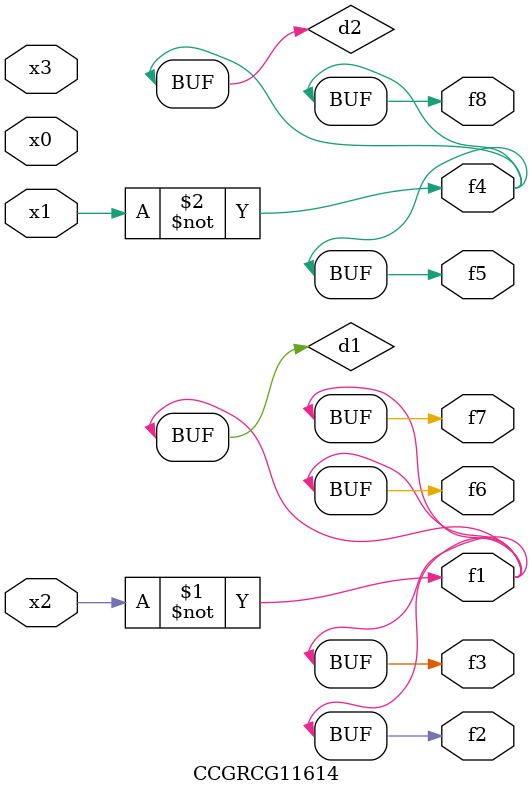
<source format=v>
module CCGRCG11614(
	input x0, x1, x2, x3,
	output f1, f2, f3, f4, f5, f6, f7, f8
);

	wire d1, d2;

	xnor (d1, x2);
	not (d2, x1);
	assign f1 = d1;
	assign f2 = d1;
	assign f3 = d1;
	assign f4 = d2;
	assign f5 = d2;
	assign f6 = d1;
	assign f7 = d1;
	assign f8 = d2;
endmodule

</source>
